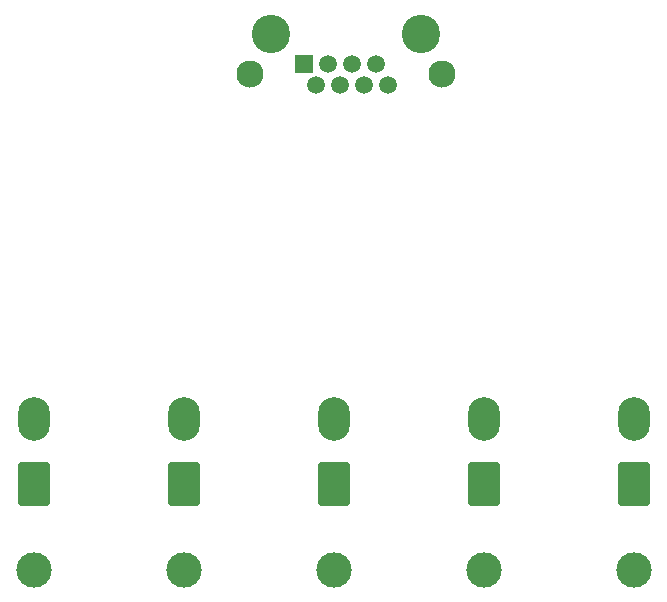
<source format=gts>
%TF.GenerationSoftware,KiCad,Pcbnew,(6.0.8)*%
%TF.CreationDate,2023-04-02T10:00:46-07:00*%
%TF.ProjectId,FCP_steering_splitter,4643505f-7374-4656-9572-696e675f7370,rev?*%
%TF.SameCoordinates,Original*%
%TF.FileFunction,Soldermask,Top*%
%TF.FilePolarity,Negative*%
%FSLAX46Y46*%
G04 Gerber Fmt 4.6, Leading zero omitted, Abs format (unit mm)*
G04 Created by KiCad (PCBNEW (6.0.8)) date 2023-04-02 10:00:46*
%MOMM*%
%LPD*%
G01*
G04 APERTURE LIST*
G04 Aperture macros list*
%AMRoundRect*
0 Rectangle with rounded corners*
0 $1 Rounding radius*
0 $2 $3 $4 $5 $6 $7 $8 $9 X,Y pos of 4 corners*
0 Add a 4 corners polygon primitive as box body*
4,1,4,$2,$3,$4,$5,$6,$7,$8,$9,$2,$3,0*
0 Add four circle primitives for the rounded corners*
1,1,$1+$1,$2,$3*
1,1,$1+$1,$4,$5*
1,1,$1+$1,$6,$7*
1,1,$1+$1,$8,$9*
0 Add four rect primitives between the rounded corners*
20,1,$1+$1,$2,$3,$4,$5,0*
20,1,$1+$1,$4,$5,$6,$7,0*
20,1,$1+$1,$6,$7,$8,$9,0*
20,1,$1+$1,$8,$9,$2,$3,0*%
G04 Aperture macros list end*
%ADD10C,3.000000*%
%ADD11RoundRect,0.250001X1.099999X1.599999X-1.099999X1.599999X-1.099999X-1.599999X1.099999X-1.599999X0*%
%ADD12O,2.700000X3.700000*%
%ADD13C,3.250000*%
%ADD14R,1.500000X1.500000*%
%ADD15C,1.500000*%
%ADD16C,2.300000*%
G04 APERTURE END LIST*
D10*
%TO.C,J5*%
X162560000Y-83500000D03*
D11*
X162560000Y-76200000D03*
D12*
X162560000Y-70700000D03*
%TD*%
D10*
%TO.C,J2*%
X124460000Y-83500000D03*
D11*
X124460000Y-76200000D03*
D12*
X124460000Y-70700000D03*
%TD*%
D13*
%TO.C,J1*%
X157230000Y-38100000D03*
X144530000Y-38100000D03*
D14*
X147320000Y-40640000D03*
D15*
X148336000Y-42420000D03*
X149352000Y-40640000D03*
X150368000Y-42420000D03*
X151384000Y-40640000D03*
X152400000Y-42420000D03*
X153416000Y-40640000D03*
X154432000Y-42420000D03*
D16*
X142750000Y-41530000D03*
X159010000Y-41530000D03*
%TD*%
D10*
%TO.C,J3*%
X137160000Y-83500000D03*
D11*
X137160000Y-76200000D03*
D12*
X137160000Y-70700000D03*
%TD*%
D10*
%TO.C,J6*%
X175260000Y-83500000D03*
D11*
X175260000Y-76200000D03*
D12*
X175260000Y-70700000D03*
%TD*%
D10*
%TO.C,J4*%
X149860000Y-83500000D03*
D11*
X149860000Y-76200000D03*
D12*
X149860000Y-70700000D03*
%TD*%
M02*

</source>
